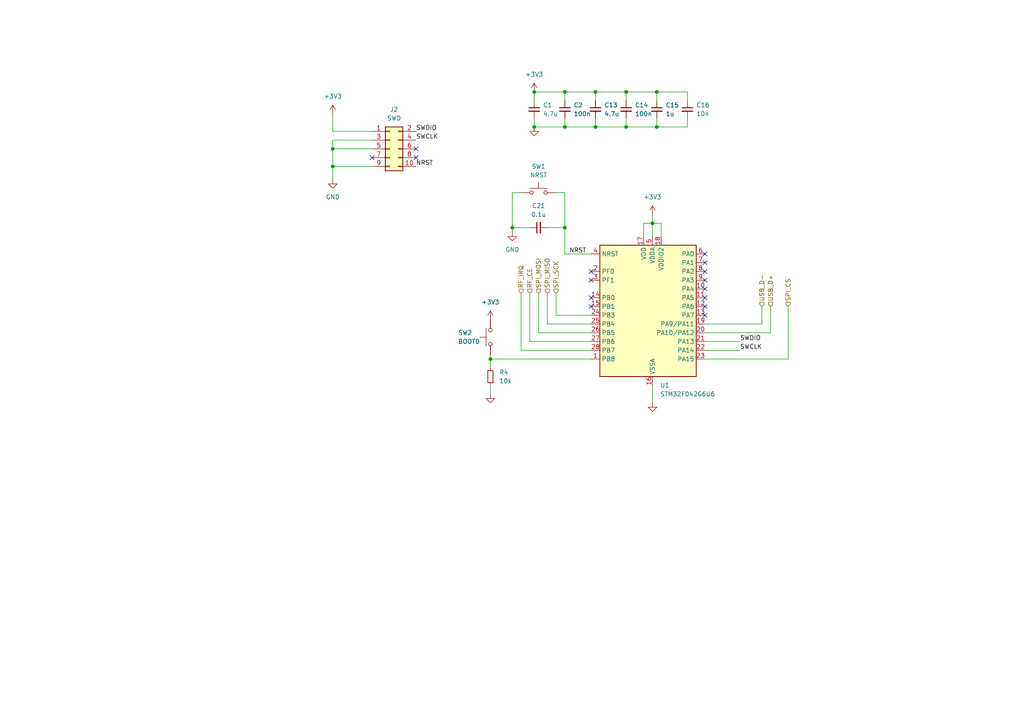
<source format=kicad_sch>
(kicad_sch (version 20231120) (generator "eeschema") (generator_version "8.0")
  (paper "A4")
  (lib_symbols
    (symbol "Connector_Generic:Conn_02x05_Odd_Even" (pin_names (offset 1.016) hide)
      (property "Reference" "J" (at 1.27 7.62 0))
      (property "Value" "Conn_02x05_Odd_Even" (at 1.27 -7.62 0))
      (symbol "Conn_02x05_Odd_Even_1_1"
        (rectangle (start -1.27 -4.953) (end 0 -5.207) (stroke (width 0.1524)))
        (rectangle (start -1.27 -2.413) (end 0 -2.667) (stroke (width 0.1524)))
        (rectangle (start -1.27 0.127) (end 0 -0.127) (stroke (width 0.1524)))
        (rectangle (start -1.27 2.667) (end 0 2.413) (stroke (width 0.1524)))
        (rectangle (start -1.27 5.207) (end 0 4.953) (stroke (width 0.1524)))
        (rectangle (start -1.27 6.35) (end 3.81 -6.35) (stroke (width 0.254)) (fill (type background)))
        (rectangle (start 3.81 -4.953) (end 2.54 -5.207) (stroke (width 0.1524)))
        (rectangle (start 3.81 -2.413) (end 2.54 -2.667) (stroke (width 0.1524)))
        (rectangle (start 3.81 0.127) (end 2.54 -0.127) (stroke (width 0.1524)))
        (rectangle (start 3.81 2.667) (end 2.54 2.413) (stroke (width 0.1524)))
        (rectangle (start 3.81 5.207) (end 2.54 4.953) (stroke (width 0.1524)))
        (pin passive line (at -5.08 5.08 0) (length 3.81) (name "Pin_1") (number "1"))
        (pin passive line (at 7.62 -5.08 180) (length 3.81) (name "Pin_10") (number "10"))
        (pin passive line (at 7.62 5.08 180) (length 3.81) (name "Pin_2") (number "2"))
        (pin passive line (at -5.08 2.54 0) (length 3.81) (name "Pin_3") (number "3"))
        (pin passive line (at 7.62 2.54 180) (length 3.81) (name "Pin_4") (number "4"))
        (pin passive line (at -5.08 0 0) (length 3.81) (name "Pin_5") (number "5"))
        (pin passive line (at 7.62 0 180) (length 3.81) (name "Pin_6") (number "6"))
        (pin passive line (at -5.08 -2.54 0) (length 3.81) (name "Pin_7") (number "7"))
        (pin passive line (at 7.62 -2.54 180) (length 3.81) (name "Pin_8") (number "8"))
        (pin passive line (at -5.08 -5.08 0) (length 3.81) (name "Pin_9") (number "9"))
      )
    )
    (symbol "Device:C_Small" (pin_numbers hide) (pin_names (offset 0.254) hide)
      (property "Reference" "C" (at 0.254 1.778 0))
      (property "Value" "C_Small" (at 0.254 -2.032 0))
      (symbol "C_Small_0_1"
        (polyline (pts (xy -1.524 -0.508) (xy 1.524 -0.508)) (stroke (width 0.3302)))
        (polyline (pts (xy -1.524 0.508) (xy 1.524 0.508)) (stroke (width 0.3048)))
      )
      (symbol "C_Small_1_1"
        (pin passive line (at 0 2.54 270) (length 2.032) (name "~") (number "1"))
        (pin passive line (at 0 -2.54 90) (length 2.032) (name "~") (number "2"))
      )
    )
    (symbol "Device:R_Small" (pin_numbers hide) (pin_names (offset 0.254) hide)
      (property "Reference" "R" (at 0.762 0.508 0))
      (property "Value" "R_Small" (at 0.762 -1.016 0))
      (symbol "R_Small_0_1"
        (rectangle (start -0.762 1.778) (end 0.762 -1.778) (stroke (width 0.2032)))
      )
      (symbol "R_Small_1_1"
        (pin passive line (at 0 2.54 270) (length 0.762) (name "~") (number "1"))
        (pin passive line (at 0 -2.54 90) (length 0.762) (name "~") (number "2"))
      )
    )
    (symbol "MCU_ST_STM32F0:STM32F042G6Ux"
      (property "Reference" "U" (at -12.7 21.59 0))
      (property "Value" "STM32F042G6Ux" (at 7.62 21.59 0))
      (symbol "STM32F042G6Ux_0_1"
        (rectangle (start -12.7 -17.78) (end 15.24 20.32) (stroke (width 0.254)) (fill (type background)))
      )
      (symbol "STM32F042G6Ux_1_1"
        (pin bidirectional line (at -15.24 -12.7 0) (length 2.54) (name "PB8") (number "1"))
        (pin bidirectional line (at 17.78 7.62 180) (length 2.54) (name "PA4") (number "10"))
        (pin bidirectional line (at 17.78 5.08 180) (length 2.54) (name "PA5") (number "11"))
        (pin bidirectional line (at 17.78 2.54 180) (length 2.54) (name "PA6") (number "12"))
        (pin bidirectional line (at 17.78 0 180) (length 2.54) (name "PA7") (number "13"))
        (pin bidirectional line (at -15.24 5.08 0) (length 2.54) (name "PB0") (number "14"))
        (pin bidirectional line (at -15.24 2.54 0) (length 2.54) (name "PB1") (number "15"))
        (pin power_in line (at 2.54 -20.32 90) (length 2.54) (name "VSSA") (number "16"))
        (pin power_in line (at 0 22.86 270) (length 2.54) (name "VDD") (number "17"))
        (pin power_in line (at 5.08 22.86 270) (length 2.54) (name "VDDIO2") (number "18"))
        (pin bidirectional line (at 17.78 -2.54 180) (length 2.54) (name "PA9/PA11") (number "19"))
        (pin bidirectional line (at -15.24 12.7 0) (length 2.54) (name "PF0") (number "2"))
        (pin bidirectional line (at 17.78 -5.08 180) (length 2.54) (name "PA10/PA12") (number "20"))
        (pin bidirectional line (at 17.78 -7.62 180) (length 2.54) (name "PA13") (number "21"))
        (pin bidirectional line (at 17.78 -10.16 180) (length 2.54) (name "PA14") (number "22"))
        (pin bidirectional line (at 17.78 -12.7 180) (length 2.54) (name "PA15") (number "23"))
        (pin bidirectional line (at -15.24 0 0) (length 2.54) (name "PB3") (number "24"))
        (pin bidirectional line (at -15.24 -2.54 0) (length 2.54) (name "PB4") (number "25"))
        (pin bidirectional line (at -15.24 -5.08 0) (length 2.54) (name "PB5") (number "26"))
        (pin bidirectional line (at -15.24 -7.62 0) (length 2.54) (name "PB6") (number "27"))
        (pin bidirectional line (at -15.24 -10.16 0) (length 2.54) (name "PB7") (number "28"))
        (pin bidirectional line (at -15.24 10.16 0) (length 2.54) (name "PF1") (number "3"))
        (pin input line (at -15.24 17.78 0) (length 2.54) (name "NRST") (number "4"))
        (pin power_in line (at 2.54 22.86 270) (length 2.54) (name "VDDA") (number "5"))
        (pin bidirectional line (at 17.78 17.78 180) (length 2.54) (name "PA0") (number "6"))
        (pin bidirectional line (at 17.78 15.24 180) (length 2.54) (name "PA1") (number "7"))
        (pin bidirectional line (at 17.78 12.7 180) (length 2.54) (name "PA2") (number "8"))
        (pin bidirectional line (at 17.78 10.16 180) (length 2.54) (name "PA3") (number "9"))
      )
    )
    (symbol "Switch:SW_Push" (pin_numbers hide) (pin_names (offset 1.016) hide)
      (property "Reference" "SW" (at 1.27 2.54 0))
      (property "Value" "SW_Push" (at 0 -1.524 0))
      (symbol "SW_Push_0_1"
        (circle (center -2.032 0) (radius 0.508))
        (polyline (pts (xy 0 1.27) (xy 0 3.048)))
        (polyline (pts (xy 2.54 1.27) (xy -2.54 1.27)))
        (circle (center 2.032 0) (radius 0.508))
        (pin passive line (at -5.08 0 0) (length 2.54) (name "1") (number "1"))
        (pin passive line (at 5.08 0 180) (length 2.54) (name "2") (number "2"))
      )
    )
    (symbol "power:+3V3" (power) (pin_numbers hide) (pin_names (offset 0) hide)
      (property "Value" "+3V3" (at 0 3.556 0))
      (symbol "+3V3_0_1"
        (polyline (pts (xy -0.762 1.27) (xy 0 2.54)))
        (polyline (pts (xy 0 0) (xy 0 2.54)))
        (polyline (pts (xy 0 2.54) (xy 0.762 1.27)))
      )
      (symbol "+3V3_1_1"
        (pin power_in line (at 0 0 90) (length 0) (name "~") (number "1"))
      )
    )
    (symbol "power:GND" (power) (pin_numbers hide) (pin_names (offset 0) hide)
      (property "Value" "GND" (at 0 -3.81 0))
      (symbol "GND_0_1"
        (polyline (pts (xy 0 0) (xy 0 -1.27) (xy 1.27 -1.27) (xy 0 -2.54) (xy -1.27 -1.27) (xy 0 -1.27)))
      )
      (symbol "GND_1_1"
        (pin power_in line (at 0 0 270) (length 0) (name "~") (number "1"))
      )
    )
  )
  (junction (at 142.24 104.14))
  (junction (at 96.52 43.18))
  (junction (at 148.59 66.04))
  (junction (at 163.83 36.83))
  (junction (at 190.5 26.67))
  (junction (at 154.94 26.67))
  (junction (at 172.72 26.67))
  (junction (at 189.23 64.77))
  (junction (at 172.72 36.83))
  (junction (at 163.83 66.04))
  (junction (at 190.5 36.83))
  (junction (at 163.83 26.67))
  (junction (at 96.52 48.26))
  (junction (at 154.94 36.83))
  (junction (at 181.61 26.67))
  (junction (at 181.61 36.83))
  (no_connect (at 107.95 45.72))
  (no_connect (at 171.45 88.9))
  (no_connect (at 204.47 76.2))
  (no_connect (at 171.45 81.28))
  (no_connect (at 171.45 78.74))
  (no_connect (at 204.47 88.9))
  (no_connect (at 204.47 78.74))
  (no_connect (at 120.65 45.72))
  (no_connect (at 204.47 83.82))
  (no_connect (at 204.47 91.44))
  (no_connect (at 120.65 43.18))
  (no_connect (at 204.47 86.36))
  (no_connect (at 204.47 81.28))
  (no_connect (at 204.47 73.66))
  (no_connect (at 171.45 86.36))
  (wire (pts (xy 158.75 93.98) (xy 158.75 85.09)))
  (wire (pts (xy 96.52 48.26) (xy 96.52 52.07)))
  (wire (pts (xy 181.61 26.67) (xy 172.72 26.67)))
  (wire (pts (xy 186.69 68.58) (xy 186.69 64.77)))
  (wire (pts (xy 191.77 64.77) (xy 189.23 64.77)))
  (wire (pts (xy 189.23 62.23) (xy 189.23 64.77)))
  (wire (pts (xy 163.83 66.04) (xy 163.83 73.66)))
  (wire (pts (xy 154.94 26.67) (xy 154.94 29.21)))
  (wire (pts (xy 163.83 55.88) (xy 161.29 55.88)))
  (wire (pts (xy 96.52 40.64) (xy 96.52 43.18)))
  (wire (pts (xy 171.45 96.52) (xy 156.21 96.52)))
  (wire (pts (xy 163.83 26.67) (xy 163.83 29.21)))
  (wire (pts (xy 163.83 55.88) (xy 163.83 66.04)))
  (wire (pts (xy 186.69 64.77) (xy 189.23 64.77)))
  (wire (pts (xy 204.47 96.52) (xy 223.52 96.52)))
  (wire (pts (xy 151.13 101.6) (xy 151.13 85.09)))
  (wire (pts (xy 163.83 34.29) (xy 163.83 36.83)))
  (wire (pts (xy 158.75 66.04) (xy 163.83 66.04)))
  (wire (pts (xy 189.23 111.76) (xy 189.23 116.84)))
  (wire (pts (xy 223.52 96.52) (xy 223.52 88.9)))
  (wire (pts (xy 190.5 26.67) (xy 181.61 26.67)))
  (wire (pts (xy 199.39 26.67) (xy 190.5 26.67)))
  (wire (pts (xy 181.61 26.67) (xy 181.61 29.21)))
  (wire (pts (xy 107.95 38.1) (xy 96.52 38.1)))
  (wire (pts (xy 171.45 101.6) (xy 151.13 101.6)))
  (wire (pts (xy 96.52 43.18) (xy 96.52 48.26)))
  (wire (pts (xy 191.77 68.58) (xy 191.77 64.77)))
  (wire (pts (xy 204.47 93.98) (xy 220.98 93.98)))
  (wire (pts (xy 153.67 66.04) (xy 148.59 66.04)))
  (wire (pts (xy 204.47 104.14) (xy 228.6 104.14)))
  (wire (pts (xy 163.83 26.67) (xy 172.72 26.67)))
  (wire (pts (xy 142.24 111.76) (xy 142.24 114.3)))
  (wire (pts (xy 142.24 102.87) (xy 142.24 104.14)))
  (wire (pts (xy 190.5 36.83) (xy 181.61 36.83)))
  (wire (pts (xy 96.52 38.1) (xy 96.52 33.02)))
  (wire (pts (xy 171.45 93.98) (xy 158.75 93.98)))
  (wire (pts (xy 151.13 55.88) (xy 148.59 55.88)))
  (wire (pts (xy 96.52 48.26) (xy 107.95 48.26)))
  (wire (pts (xy 189.23 64.77) (xy 189.23 68.58)))
  (wire (pts (xy 148.59 66.04) (xy 148.59 67.31)))
  (wire (pts (xy 190.5 34.29) (xy 190.5 36.83)))
  (wire (pts (xy 199.39 36.83) (xy 190.5 36.83)))
  (wire (pts (xy 172.72 26.67) (xy 172.72 29.21)))
  (wire (pts (xy 190.5 26.67) (xy 190.5 29.21)))
  (wire (pts (xy 142.24 104.14) (xy 142.24 106.68)))
  (wire (pts (xy 163.83 26.67) (xy 154.94 26.67)))
  (wire (pts (xy 199.39 29.21) (xy 199.39 26.67)))
  (wire (pts (xy 204.47 99.06) (xy 214.63 99.06)))
  (wire (pts (xy 181.61 36.83) (xy 172.72 36.83)))
  (wire (pts (xy 153.67 99.06) (xy 153.67 85.09)))
  (wire (pts (xy 163.83 36.83) (xy 154.94 36.83)))
  (wire (pts (xy 148.59 55.88) (xy 148.59 66.04)))
  (wire (pts (xy 228.6 104.14) (xy 228.6 88.9)))
  (wire (pts (xy 96.52 43.18) (xy 107.95 43.18)))
  (wire (pts (xy 156.21 96.52) (xy 156.21 85.09)))
  (wire (pts (xy 171.45 99.06) (xy 153.67 99.06)))
  (wire (pts (xy 204.47 101.6) (xy 214.63 101.6)))
  (wire (pts (xy 142.24 104.14) (xy 171.45 104.14)))
  (wire (pts (xy 199.39 34.29) (xy 199.39 36.83)))
  (wire (pts (xy 161.29 91.44) (xy 161.29 85.09)))
  (wire (pts (xy 172.72 34.29) (xy 172.72 36.83)))
  (wire (pts (xy 163.83 36.83) (xy 172.72 36.83)))
  (wire (pts (xy 181.61 34.29) (xy 181.61 36.83)))
  (wire (pts (xy 220.98 93.98) (xy 220.98 88.9)))
  (wire (pts (xy 154.94 34.29) (xy 154.94 36.83)))
  (wire (pts (xy 171.45 73.66) (xy 163.83 73.66)))
  (wire (pts (xy 171.45 91.44) (xy 161.29 91.44)))
  (wire (pts (xy 107.95 40.64) (xy 96.52 40.64)))
  (label "SWCLK" (at 214.63 101.6 0))
  (label "SWCLK" (at 120.65 40.64 0))
  (label "NRST" (at 120.65 48.26 0))
  (label "SWDIO" (at 214.63 99.06 0))
  (label "SWDIO" (at 120.65 38.1 0))
  (label "NRST" (at 165.1 73.66 0))
  (hierarchical_label "SPI_MOSI" (shape input) (at 156.21 85.09 90))
  (hierarchical_label "USB_D+" (shape input) (at 223.52 88.9 90))
  (hierarchical_label "SPI_SCK" (shape input) (at 161.29 85.09 90))
  (hierarchical_label "SPI_MISO" (shape input) (at 158.75 85.09 90))
  (hierarchical_label "SPI_CS" (shape input) (at 228.6 88.9 90))
  (hierarchical_label "USB_D-" (shape input) (at 220.98 88.9 90))
  (hierarchical_label "RF_IRQ" (shape input) (at 151.13 85.09 90))
  (hierarchical_label "RF_CE" (shape input) (at 153.67 85.09 90))
  (symbol (lib_id "power:GND") (at 142.24 114.3 0) (unit 1)
    (property "Reference" "#PWR018" (effects (hide yes)))
    (property "Value" "GND" (effects (hide yes)))
    (property "Description" "Power symbol creates a global label with name \"GND\" , ground" (effects (hide yes)))
  )
  (symbol (lib_id "Device:C_Small") (at 181.61 31.75 0) (unit 1)
    (property "Reference" "C14" (at 184.15 30.4862 0) (effects (justify left)))
    (property "Value" "100n" (at 184.15 33.0262 0) (effects (justify left)))
    (property "Footprint" "Capacitor_SMD:C_0402_1005Metric" (effects (hide yes)))
    (property "Description" "Unpolarized capacitor, small symbol" (effects (hide yes)))
  )
  (symbol (lib_id "power:GND") (at 154.94 36.83 0) (unit 1)
    (property "Reference" "#PWR06" (effects (hide yes)))
    (property "Value" "GND" (effects (hide yes)))
    (property "Description" "Power symbol creates a global label with name \"GND\" , ground" (effects (hide yes)))
  )
  (symbol (lib_id "Connector_Generic:Conn_02x05_Odd_Even") (at 113.03 43.18 0) (unit 1)
    (property "Reference" "J2" (at 114.3 31.75 0))
    (property "Value" "SWD" (at 114.3 34.29 0))
    (property "Footprint" "Connector_PinHeader_1.27mm:PinHeader_2x05_P1.27mm_Vertical_SMD" (effects (hide yes)))
    (property "Description" "Generic connector, double row, 02x05, odd/even pin numbering scheme (row 1 odd numbers, row 2 even numbers), script generated (kicad-library-utils/schlib/autogen/connector/)" (effects (hide yes)))
  )
  (symbol (lib_id "power:GND") (at 189.23 116.84 0) (unit 1)
    (property "Reference" "#PWR02" (effects (hide yes)))
    (property "Value" "GND" (effects (hide yes)))
    (property "Description" "Power symbol creates a global label with name \"GND\" , ground" (effects (hide yes)))
  )
  (symbol (lib_id "Device:C_Small") (at 172.72 31.75 0) (unit 1)
    (property "Reference" "C13" (at 175.26 30.4862 0) (effects (justify left)))
    (property "Value" "4.7u" (at 175.26 33.0262 0) (effects (justify left)))
    (property "Footprint" "Capacitor_SMD:C_0402_1005Metric" (effects (hide yes)))
    (property "Description" "Unpolarized capacitor, small symbol" (effects (hide yes)))
  )
  (symbol (lib_id "Switch:SW_Push") (at 156.21 55.88 0) (unit 1)
    (property "Reference" "SW1" (at 156.21 48.26 0))
    (property "Value" "NRST" (at 156.21 50.8 0))
    (property "Footprint" "Button_Switch_SMD:SW_SPST_B3U-1000P" (effects (hide yes)))
    (property "Description" "Push button switch, generic, two pins" (effects (hide yes)))
    (property "JLCPCB" "C231329" (effects (hide yes)))
  )
  (symbol (lib_id "power:GND") (at 96.52 52.07 0) (unit 1)
    (property "Reference" "#PWR023" (effects (hide yes)))
    (property "Value" "GND" (at 96.52 57.15 0))
    (property "Description" "Power symbol creates a global label with name \"GND\" , ground" (effects (hide yes)))
  )
  (symbol (lib_id "Switch:SW_Push") (at 142.24 97.79 90) (unit 1)
    (property "Reference" "SW2" (at 132.842 96.52 90) (effects (justify right)))
    (property "Value" "BOOT0" (at 132.842 99.06 90) (effects (justify right)))
    (property "Footprint" "Button_Switch_SMD:SW_SPST_B3U-1000P" (effects (hide yes)))
    (property "Description" "Push button switch, generic, two pins" (effects (hide yes)))
    (property "JLCPCB" "C231329" (effects (hide yes)))
  )
  (symbol (lib_id "power:GND") (at 148.59 67.31 0) (unit 1)
    (property "Reference" "#PWR024" (effects (hide yes)))
    (property "Value" "GND" (at 148.59 72.39 0))
    (property "Description" "Power symbol creates a global label with name \"GND\" , ground" (effects (hide yes)))
  )
  (symbol (lib_id "power:+3V3") (at 154.94 26.67 0) (unit 1)
    (property "Reference" "#PWR05" (effects (hide yes)))
    (property "Value" "+3V3" (at 154.94 21.59 0))
    (property "Description" "Power symbol creates a global label with name \"+3V3\"" (effects (hide yes)))
  )
  (symbol (lib_id "power:+3V3") (at 96.52 33.02 0) (unit 1)
    (property "Reference" "#PWR022" (effects (hide yes)))
    (property "Value" "+3V3" (at 96.52 27.94 0))
    (property "Description" "Power symbol creates a global label with name \"+3V3\"" (effects (hide yes)))
  )
  (symbol (lib_id "MCU_ST_STM32F0:STM32F042G6Ux") (at 186.69 91.44 0) (unit 1)
    (property "Reference" "U1" (at 191.4241 111.76 0) (effects (justify left)))
    (property "Value" "STM32F042G6U6" (at 191.4241 114.3 0) (effects (justify left)))
    (property "Footprint" "Package_DFN_QFN:QFN-28_4x4mm_P0.5mm" (effects (hide yes)))
    (property "Datasheet" "https://www.st.com/resource/en/datasheet/stm32f042g6.pdf" (effects (hide yes)))
    (property "Description" "STMicroelectronics Arm Cortex-M0 MCU, 32KB flash, 6KB RAM, 48 MHz, 2.0-3.6V, 23 GPIO, UFQFPN28" (effects (hide yes)))
    (property "LCSC" "C961597" (effects (hide yes)))
  )
  (symbol (lib_id "power:+3V3") (at 189.23 62.23 0) (unit 1)
    (property "Reference" "#PWR01" (effects (hide yes)))
    (property "Value" "+3V3" (at 189.23 57.15 0))
    (property "Description" "Power symbol creates a global label with name \"+3V3\"" (effects (hide yes)))
  )
  (symbol (lib_id "Device:C_Small") (at 156.21 66.04 90) (unit 1)
    (property "Reference" "C21" (at 156.2163 59.69 90))
    (property "Value" "0.1u" (at 156.2163 62.23 90))
    (property "Footprint" "Capacitor_SMD:C_0402_1005Metric" (effects (hide yes)))
    (property "Description" "Unpolarized capacitor, small symbol" (effects (hide yes)))
  )
  (symbol (lib_id "Device:C_Small") (at 163.83 31.75 0) (unit 1)
    (property "Reference" "C2" (at 166.37 30.4862 0) (effects (justify left)))
    (property "Value" "100n" (at 166.37 33.0262 0) (effects (justify left)))
    (property "Footprint" "Capacitor_SMD:C_0402_1005Metric" (effects (hide yes)))
    (property "Description" "Unpolarized capacitor, small symbol" (effects (hide yes)))
  )
  (symbol (lib_id "Device:C_Small") (at 199.39 31.75 0) (unit 1)
    (property "Reference" "C16" (at 201.93 30.4862 0) (effects (justify left)))
    (property "Value" "10n" (at 201.93 33.0262 0) (effects (justify left)))
    (property "Footprint" "Capacitor_SMD:C_0402_1005Metric" (effects (hide yes)))
    (property "Description" "Unpolarized capacitor, small symbol" (effects (hide yes)))
  )
  (symbol (lib_id "power:+3V3") (at 142.24 92.71 0) (unit 1)
    (property "Reference" "#PWR021" (effects (hide yes)))
    (property "Value" "+3V3" (at 142.24 87.63 0))
    (property "Description" "Power symbol creates a global label with name \"+3V3\"" (effects (hide yes)))
  )
  (symbol (lib_id "Device:R_Small") (at 142.24 109.22 180) (unit 1)
    (property "Reference" "R4" (at 144.78 107.9499 0) (effects (justify right)))
    (property "Value" "10k" (at 144.78 110.4899 0) (effects (justify right)))
    (property "Footprint" "Resistor_SMD:R_0603_1608Metric" (effects (hide yes)))
    (property "Description" "Resistor, small symbol" (effects (hide yes)))
  )
  (symbol (lib_id "Device:C_Small") (at 154.94 31.75 0) (unit 1)
    (property "Reference" "C1" (at 157.48 30.4862 0) (effects (justify left)))
    (property "Value" "4.7u" (at 157.48 33.0262 0) (effects (justify left)))
    (property "Footprint" "Capacitor_SMD:C_0402_1005Metric" (effects (hide yes)))
    (property "Description" "Unpolarized capacitor, small symbol" (effects (hide yes)))
  )
  (symbol (lib_id "Device:C_Small") (at 190.5 31.75 0) (unit 1)
    (property "Reference" "C15" (at 193.04 30.4862 0) (effects (justify left)))
    (property "Value" "1u" (at 193.04 33.0262 0) (effects (justify left)))
    (property "Footprint" "Capacitor_SMD:C_0402_1005Metric" (effects (hide yes)))
    (property "Description" "Unpolarized capacitor, small symbol" (effects (hide yes)))
  )
)
</source>
